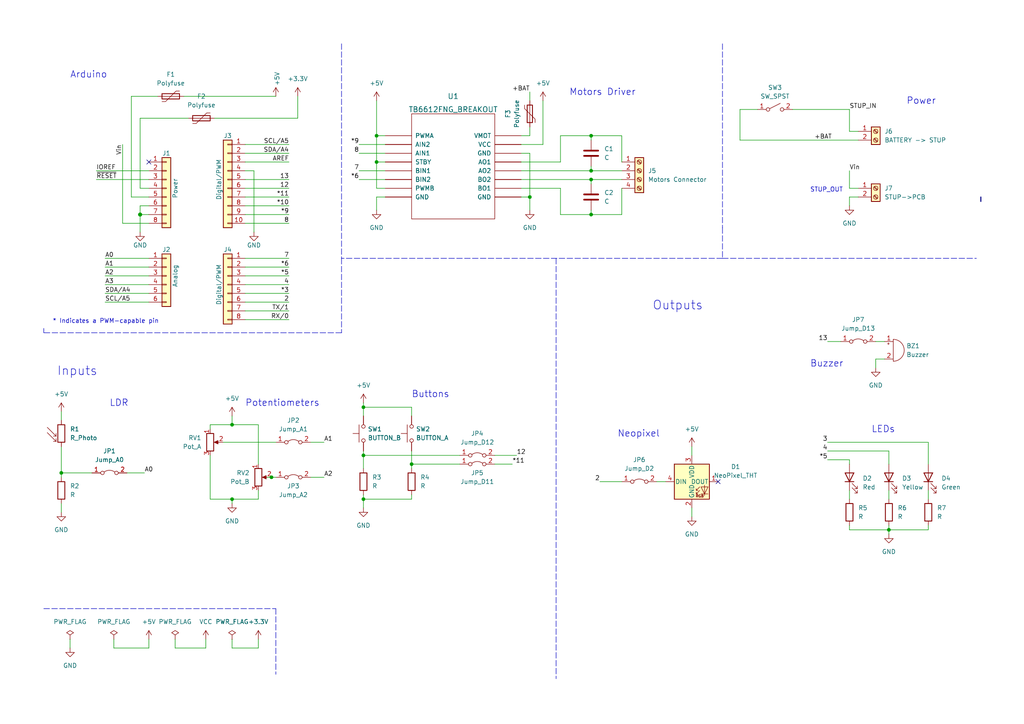
<source format=kicad_sch>
(kicad_sch (version 20211123) (generator eeschema)
  (paper "A4")
  (title_block (date "mar. 31 mars 2015"))
  (lib_symbols
    (symbol "Connector:Screw_Terminal_01x02" (pin_names (offset 1.016) hide)
      (property "Reference" "J" (at 0 2.54 0))
      (property "Value" "Screw_Terminal_01x02" (at 0 -5.08 0))
      (symbol "Screw_Terminal_01x02_1_1"
        (rectangle (start -1.27 1.27) (end 1.27 -3.81) (stroke (width 0.254)) (fill (type background)))
        (circle (center 0 -2.54) (radius 0.635) (stroke (width 0.1524)))
        (polyline (pts (xy -0.5334 -2.2098) (xy 0.3302 -3.048)) (stroke (width 0.1524)))
        (polyline (pts (xy -0.5334 0.3302) (xy 0.3302 -0.508)) (stroke (width 0.1524)))
        (polyline (pts (xy -0.3556 -2.032) (xy 0.508 -2.8702)) (stroke (width 0.1524)))
        (polyline (pts (xy -0.3556 0.508) (xy 0.508 -0.3302)) (stroke (width 0.1524)))
        (circle (center 0 0) (radius 0.635) (stroke (width 0.1524)))
        (pin passive line (at -5.08 0 0) (length 3.81) (name "Pin_1") (number "1"))
        (pin passive line (at -5.08 -2.54 0) (length 3.81) (name "Pin_2") (number "2"))
      )
    )
    (symbol "Connector:Screw_Terminal_01x04" (pin_names (offset 1.016) hide)
      (property "Reference" "J" (at 0 5.08 0))
      (property "Value" "Screw_Terminal_01x04" (at 0 -7.62 0))
      (symbol "Screw_Terminal_01x04_1_1"
        (rectangle (start -1.27 3.81) (end 1.27 -6.35) (stroke (width 0.254)) (fill (type background)))
        (circle (center 0 -5.08) (radius 0.635) (stroke (width 0.1524)))
        (circle (center 0 -2.54) (radius 0.635) (stroke (width 0.1524)))
        (polyline (pts (xy -0.5334 -4.7498) (xy 0.3302 -5.588)) (stroke (width 0.1524)))
        (polyline (pts (xy -0.5334 -2.2098) (xy 0.3302 -3.048)) (stroke (width 0.1524)))
        (polyline (pts (xy -0.5334 0.3302) (xy 0.3302 -0.508)) (stroke (width 0.1524)))
        (polyline (pts (xy -0.5334 2.8702) (xy 0.3302 2.032)) (stroke (width 0.1524)))
        (polyline (pts (xy -0.3556 -4.572) (xy 0.508 -5.4102)) (stroke (width 0.1524)))
        (polyline (pts (xy -0.3556 -2.032) (xy 0.508 -2.8702)) (stroke (width 0.1524)))
        (polyline (pts (xy -0.3556 0.508) (xy 0.508 -0.3302)) (stroke (width 0.1524)))
        (polyline (pts (xy -0.3556 3.048) (xy 0.508 2.2098)) (stroke (width 0.1524)))
        (circle (center 0 0) (radius 0.635) (stroke (width 0.1524)))
        (circle (center 0 2.54) (radius 0.635) (stroke (width 0.1524)))
        (pin passive line (at -5.08 2.54 0) (length 3.81) (name "Pin_1") (number "1"))
        (pin passive line (at -5.08 0 0) (length 3.81) (name "Pin_2") (number "2"))
        (pin passive line (at -5.08 -2.54 0) (length 3.81) (name "Pin_3") (number "3"))
        (pin passive line (at -5.08 -5.08 0) (length 3.81) (name "Pin_4") (number "4"))
      )
    )
    (symbol "Connector_Generic:Conn_01x06" (pin_names (offset 1.016) hide)
      (property "Reference" "J" (at 0 7.62 0))
      (property "Value" "Conn_01x06" (at 0 -10.16 0))
      (symbol "Conn_01x06_1_1"
        (rectangle (start -1.27 -7.493) (end 0 -7.747) (stroke (width 0.1524)))
        (rectangle (start -1.27 -4.953) (end 0 -5.207) (stroke (width 0.1524)))
        (rectangle (start -1.27 -2.413) (end 0 -2.667) (stroke (width 0.1524)))
        (rectangle (start -1.27 0.127) (end 0 -0.127) (stroke (width 0.1524)))
        (rectangle (start -1.27 2.667) (end 0 2.413) (stroke (width 0.1524)))
        (rectangle (start -1.27 5.207) (end 0 4.953) (stroke (width 0.1524)))
        (rectangle (start -1.27 6.35) (end 1.27 -8.89) (stroke (width 0.254)) (fill (type background)))
        (pin passive line (at -5.08 5.08 0) (length 3.81) (name "Pin_1") (number "1"))
        (pin passive line (at -5.08 2.54 0) (length 3.81) (name "Pin_2") (number "2"))
        (pin passive line (at -5.08 0 0) (length 3.81) (name "Pin_3") (number "3"))
        (pin passive line (at -5.08 -2.54 0) (length 3.81) (name "Pin_4") (number "4"))
        (pin passive line (at -5.08 -5.08 0) (length 3.81) (name "Pin_5") (number "5"))
        (pin passive line (at -5.08 -7.62 0) (length 3.81) (name "Pin_6") (number "6"))
      )
    )
    (symbol "Connector_Generic:Conn_01x08" (pin_names (offset 1.016) hide)
      (property "Reference" "J" (at 0 10.16 0))
      (property "Value" "Conn_01x08" (at 0 -12.7 0))
      (symbol "Conn_01x08_1_1"
        (rectangle (start -1.27 -10.033) (end 0 -10.287) (stroke (width 0.1524)))
        (rectangle (start -1.27 -7.493) (end 0 -7.747) (stroke (width 0.1524)))
        (rectangle (start -1.27 -4.953) (end 0 -5.207) (stroke (width 0.1524)))
        (rectangle (start -1.27 -2.413) (end 0 -2.667) (stroke (width 0.1524)))
        (rectangle (start -1.27 0.127) (end 0 -0.127) (stroke (width 0.1524)))
        (rectangle (start -1.27 2.667) (end 0 2.413) (stroke (width 0.1524)))
        (rectangle (start -1.27 5.207) (end 0 4.953) (stroke (width 0.1524)))
        (rectangle (start -1.27 7.747) (end 0 7.493) (stroke (width 0.1524)))
        (rectangle (start -1.27 8.89) (end 1.27 -11.43) (stroke (width 0.254)) (fill (type background)))
        (pin passive line (at -5.08 7.62 0) (length 3.81) (name "Pin_1") (number "1"))
        (pin passive line (at -5.08 5.08 0) (length 3.81) (name "Pin_2") (number "2"))
        (pin passive line (at -5.08 2.54 0) (length 3.81) (name "Pin_3") (number "3"))
        (pin passive line (at -5.08 0 0) (length 3.81) (name "Pin_4") (number "4"))
        (pin passive line (at -5.08 -2.54 0) (length 3.81) (name "Pin_5") (number "5"))
        (pin passive line (at -5.08 -5.08 0) (length 3.81) (name "Pin_6") (number "6"))
        (pin passive line (at -5.08 -7.62 0) (length 3.81) (name "Pin_7") (number "7"))
        (pin passive line (at -5.08 -10.16 0) (length 3.81) (name "Pin_8") (number "8"))
      )
    )
    (symbol "Connector_Generic:Conn_01x10" (pin_names (offset 1.016) hide)
      (property "Reference" "J" (at 0 12.7 0))
      (property "Value" "Conn_01x10" (at 0 -15.24 0))
      (symbol "Conn_01x10_1_1"
        (rectangle (start -1.27 -12.573) (end 0 -12.827) (stroke (width 0.1524)))
        (rectangle (start -1.27 -10.033) (end 0 -10.287) (stroke (width 0.1524)))
        (rectangle (start -1.27 -7.493) (end 0 -7.747) (stroke (width 0.1524)))
        (rectangle (start -1.27 -4.953) (end 0 -5.207) (stroke (width 0.1524)))
        (rectangle (start -1.27 -2.413) (end 0 -2.667) (stroke (width 0.1524)))
        (rectangle (start -1.27 0.127) (end 0 -0.127) (stroke (width 0.1524)))
        (rectangle (start -1.27 2.667) (end 0 2.413) (stroke (width 0.1524)))
        (rectangle (start -1.27 5.207) (end 0 4.953) (stroke (width 0.1524)))
        (rectangle (start -1.27 7.747) (end 0 7.493) (stroke (width 0.1524)))
        (rectangle (start -1.27 10.287) (end 0 10.033) (stroke (width 0.1524)))
        (rectangle (start -1.27 11.43) (end 1.27 -13.97) (stroke (width 0.254)) (fill (type background)))
        (pin passive line (at -5.08 10.16 0) (length 3.81) (name "Pin_1") (number "1"))
        (pin passive line (at -5.08 -12.7 0) (length 3.81) (name "Pin_10") (number "10"))
        (pin passive line (at -5.08 7.62 0) (length 3.81) (name "Pin_2") (number "2"))
        (pin passive line (at -5.08 5.08 0) (length 3.81) (name "Pin_3") (number "3"))
        (pin passive line (at -5.08 2.54 0) (length 3.81) (name "Pin_4") (number "4"))
        (pin passive line (at -5.08 0 0) (length 3.81) (name "Pin_5") (number "5"))
        (pin passive line (at -5.08 -2.54 0) (length 3.81) (name "Pin_6") (number "6"))
        (pin passive line (at -5.08 -5.08 0) (length 3.81) (name "Pin_7") (number "7"))
        (pin passive line (at -5.08 -7.62 0) (length 3.81) (name "Pin_8") (number "8"))
        (pin passive line (at -5.08 -10.16 0) (length 3.81) (name "Pin_9") (number "9"))
      )
    )
    (symbol "Device:Buzzer" (pin_names (offset 0.0254) hide)
      (property "Reference" "BZ" (at 3.81 1.27 0))
      (property "Value" "Buzzer" (at 3.81 -1.27 0))
      (symbol "Buzzer_0_1"
        (arc (start 0 -3.175) (mid 3.175 0) (end 0 3.175))
        (polyline (pts (xy -1.651 1.905) (xy -1.143 1.905)))
        (polyline (pts (xy -1.397 2.159) (xy -1.397 1.651)))
        (polyline (pts (xy 0 3.175) (xy 0 -3.175)))
      )
      (symbol "Buzzer_1_1"
        (pin passive line (at -2.54 2.54 0) (length 2.54) (name "-") (number "1"))
        (pin passive line (at -2.54 -2.54 0) (length 2.54) (name "+") (number "2"))
      )
    )
    (symbol "Device:C" (pin_numbers hide) (pin_names (offset 0.254))
      (property "Reference" "C" (at 0.635 2.54 0))
      (property "Value" "C" (at 0.635 -2.54 0))
      (symbol "C_0_1"
        (polyline (pts (xy -2.032 -0.762) (xy 2.032 -0.762)) (stroke (width 0.508)))
        (polyline (pts (xy -2.032 0.762) (xy 2.032 0.762)) (stroke (width 0.508)))
      )
      (symbol "C_1_1"
        (pin passive line (at 0 3.81 270) (length 2.794) (name "~") (number "1"))
        (pin passive line (at 0 -3.81 90) (length 2.794) (name "~") (number "2"))
      )
    )
    (symbol "Device:LED" (pin_numbers hide) (pin_names (offset 1.016) hide)
      (property "Reference" "D" (at 0 2.54 0))
      (property "Value" "LED" (at 0 -2.54 0))
      (symbol "LED_0_1"
        (polyline (pts (xy -1.27 -1.27) (xy -1.27 1.27)) (stroke (width 0.254)))
        (polyline (pts (xy -1.27 0) (xy 1.27 0)))
        (polyline (pts (xy 1.27 -1.27) (xy 1.27 1.27) (xy -1.27 0) (xy 1.27 -1.27)) (stroke (width 0.254)))
        (polyline (pts (xy -3.048 -0.762) (xy -4.572 -2.286) (xy -3.81 -2.286) (xy -4.572 -2.286) (xy -4.572 -1.524)))
        (polyline (pts (xy -1.778 -0.762) (xy -3.302 -2.286) (xy -2.54 -2.286) (xy -3.302 -2.286) (xy -3.302 -1.524)))
      )
      (symbol "LED_1_1"
        (pin passive line (at -3.81 0 0) (length 2.54) (name "K") (number "1"))
        (pin passive line (at 3.81 0 180) (length 2.54) (name "A") (number "2"))
      )
    )
    (symbol "Device:Polyfuse" (pin_numbers hide) (pin_names (offset 0))
      (property "Reference" "F" (at -2.54 0 90))
      (property "Value" "Polyfuse" (at 2.54 0 90))
      (symbol "Polyfuse_0_1"
        (rectangle (start -0.762 2.54) (end 0.762 -2.54) (stroke (width 0.254)))
        (polyline (pts (xy 0 2.54) (xy 0 -2.54)))
        (polyline (pts (xy -1.524 2.54) (xy -1.524 1.524) (xy 1.524 -1.524) (xy 1.524 -2.54)))
      )
      (symbol "Polyfuse_1_1"
        (pin passive line (at 0 3.81 270) (length 1.27) (name "~") (number "1"))
        (pin passive line (at 0 -3.81 90) (length 1.27) (name "~") (number "2"))
      )
    )
    (symbol "Device:R" (pin_numbers hide) (pin_names (offset 0))
      (property "Reference" "R" (at 2.032 0 90))
      (property "Value" "R" (at 0 0 90))
      (symbol "R_0_1"
        (rectangle (start -1.016 -2.54) (end 1.016 2.54) (stroke (width 0.254)))
      )
      (symbol "R_1_1"
        (pin passive line (at 0 3.81 270) (length 1.27) (name "~") (number "1"))
        (pin passive line (at 0 -3.81 90) (length 1.27) (name "~") (number "2"))
      )
    )
    (symbol "Device:R_Photo" (pin_numbers hide) (pin_names (offset 0))
      (property "Reference" "R" (at 1.27 1.27 0))
      (property "Value" "R_Photo" (at 1.27 0 0))
      (symbol "R_Photo_0_1"
        (rectangle (start -1.016 2.54) (end 1.016 -2.54) (stroke (width 0.254)))
        (polyline (pts (xy -1.524 -2.286) (xy -4.064 0.254)))
        (polyline (pts (xy -1.524 -2.286) (xy -2.286 -2.286)))
        (polyline (pts (xy -1.524 -2.286) (xy -1.524 -1.524)))
        (polyline (pts (xy -1.524 -0.762) (xy -4.064 1.778)))
        (polyline (pts (xy -1.524 -0.762) (xy -2.286 -0.762)))
        (polyline (pts (xy -1.524 -0.762) (xy -1.524 0)))
      )
      (symbol "R_Photo_1_1"
        (pin passive line (at 0 3.81 270) (length 1.27) (name "~") (number "1"))
        (pin passive line (at 0 -3.81 90) (length 1.27) (name "~") (number "2"))
      )
    )
    (symbol "Device:R_Potentiometer" (pin_names (offset 1.016) hide)
      (property "Reference" "RV" (at -4.445 0 90))
      (property "Value" "R_Potentiometer" (at -2.54 0 90))
      (symbol "R_Potentiometer_0_1"
        (polyline (pts (xy 2.54 0) (xy 1.524 0)))
        (polyline (pts (xy 1.143 0) (xy 2.286 0.508) (xy 2.286 -0.508) (xy 1.143 0)) (fill (type outline)))
        (rectangle (start 1.016 2.54) (end -1.016 -2.54) (stroke (width 0.254)))
      )
      (symbol "R_Potentiometer_1_1"
        (pin passive line (at 0 3.81 270) (length 1.27) (name "1") (number "1"))
        (pin passive line (at 3.81 0 180) (length 1.27) (name "2") (number "2"))
        (pin passive line (at 0 -3.81 90) (length 1.27) (name "3") (number "3"))
      )
    )
    (symbol "Jumper:Jumper_2_Bridged" (pin_names (offset 0) hide)
      (property "Reference" "JP" (at 0 1.905 0))
      (property "Value" "Jumper_2_Bridged" (at 0 -2.54 0))
      (symbol "Jumper_2_Bridged_0_0"
        (circle (center -2.032 0) (radius 0.508))
        (circle (center 2.032 0) (radius 0.508))
      )
      (symbol "Jumper_2_Bridged_0_1"
        (arc (start 1.524 0.254) (mid 0 0.762) (end -1.524 0.254))
      )
      (symbol "Jumper_2_Bridged_1_1"
        (pin passive line (at -5.08 0 0) (length 2.54) (name "A") (number "1"))
        (pin passive line (at 5.08 0 180) (length 2.54) (name "B") (number "2"))
      )
    )
    (symbol "LED:NeoPixel_THT" (pin_names (offset 0.254))
      (property "Reference" "D" (at 5.08 5.715 0))
      (property "Value" "NeoPixel_THT" (at 1.27 -5.715 0))
      (symbol "NeoPixel_THT_0_0"
        (text "RGB" (at 2.286 -4.191 0) (effects (font (size 0.762 0.762))))
      )
      (symbol "NeoPixel_THT_0_1"
        (polyline (pts (xy 1.27 -3.556) (xy 1.778 -3.556)))
        (polyline (pts (xy 1.27 -2.54) (xy 1.778 -2.54)))
        (polyline (pts (xy 4.699 -3.556) (xy 2.667 -3.556)))
        (polyline (pts (xy 2.286 -2.54) (xy 1.27 -3.556) (xy 1.27 -3.048)))
        (polyline (pts (xy 2.286 -1.524) (xy 1.27 -2.54) (xy 1.27 -2.032)))
        (polyline (pts (xy 3.683 -1.016) (xy 3.683 -3.556) (xy 3.683 -4.064)))
        (polyline (pts (xy 4.699 -1.524) (xy 2.667 -1.524) (xy 3.683 -3.556) (xy 4.699 -1.524)))
        (rectangle (start 5.08 5.08) (end -5.08 -5.08) (stroke (width 0.254)) (fill (type background)))
      )
      (symbol "NeoPixel_THT_1_1"
        (pin output line (at 7.62 0 180) (length 2.54) (name "DOUT") (number "1"))
        (pin power_in line (at 0 -7.62 90) (length 2.54) (name "GND") (number "2"))
        (pin power_in line (at 0 7.62 270) (length 2.54) (name "VDD") (number "3"))
        (pin input line (at -7.62 0 0) (length 2.54) (name "DIN") (number "4"))
      )
    )
    (symbol "Switch:SW_Push" (pin_numbers hide) (pin_names (offset 1.016) hide)
      (property "Reference" "SW" (at 1.27 2.54 0))
      (property "Value" "SW_Push" (at 0 -1.524 0))
      (symbol "SW_Push_0_1"
        (circle (center -2.032 0) (radius 0.508))
        (polyline (pts (xy 0 1.27) (xy 0 3.048)))
        (polyline (pts (xy 2.54 1.27) (xy -2.54 1.27)))
        (circle (center 2.032 0) (radius 0.508))
        (pin passive line (at -5.08 0 0) (length 2.54) (name "1") (number "1"))
        (pin passive line (at 5.08 0 180) (length 2.54) (name "2") (number "2"))
      )
    )
    (symbol "Switch:SW_SPST" (pin_names (offset 0) hide)
      (property "Reference" "SW" (at 0 3.175 0))
      (property "Value" "SW_SPST" (at 0 -2.54 0))
      (symbol "SW_SPST_0_0"
        (circle (center -2.032 0) (radius 0.508))
        (polyline (pts (xy -1.524 0.254) (xy 1.524 1.778)))
        (circle (center 2.032 0) (radius 0.508))
      )
      (symbol "SW_SPST_1_1"
        (pin passive line (at -5.08 0 0) (length 2.54) (name "A") (number "1"))
        (pin passive line (at 5.08 0 180) (length 2.54) (name "B") (number "2"))
      )
    )
    (symbol "bl_kicad:TB6612FNG_BREAKOUT" (pin_numbers hide) (pin_names (offset 1.016))
      (property "Reference" "U" (at 13.97 15.24 0))
      (property "Value" "TB6612FNG_BREAKOUT" (at 0 1.27 90))
      (symbol "TB6612FNG_BREAKOUT_0_1"
        (rectangle (start -12.7 16.51) (end 11.43 -13.97))
      )
      (symbol "TB6612FNG_BREAKOUT_1_1"
        (pin input line (at -20.32 10.16 0) (length 7.62) (name "VMOT") (number "1"))
        (pin input line (at 19.05 -5.08 180) (length 7.62) (name "PWMB") (number "10"))
        (pin input line (at 19.05 -2.54 180) (length 7.62) (name "BIN2") (number "11"))
        (pin input line (at 19.05 0 180) (length 7.62) (name "BIN1") (number "12"))
        (pin input line (at 19.05 2.54 180) (length 7.62) (name "STBY") (number "13"))
        (pin input line (at 19.05 5.08 180) (length 7.62) (name "AIN1") (number "14"))
        (pin input line (at 19.05 7.62 180) (length 7.62) (name "AIN2") (number "15"))
        (pin input line (at 19.05 10.16 180) (length 7.62) (name "PWMA") (number "16"))
        (pin input line (at -20.32 7.62 0) (length 7.62) (name "VCC") (number "2"))
        (pin input line (at -20.32 5.08 0) (length 7.62) (name "GND") (number "3"))
        (pin output line (at -20.32 2.54 0) (length 7.62) (name "AO1") (number "4"))
        (pin output line (at -20.32 0 0) (length 7.62) (name "AO2") (number "5"))
        (pin output line (at -20.32 -2.54 0) (length 7.62) (name "BO2") (number "6"))
        (pin output line (at -20.32 -5.08 0) (length 7.62) (name "BO1") (number "7"))
        (pin input line (at -20.32 -7.62 0) (length 7.62) (name "GND") (number "8"))
        (pin input line (at 19.05 -7.62 180) (length 7.62) (name "GND") (number "9"))
      )
    )
    (symbol "power:+3.3V" (power) (pin_names (offset 0))
      (property "Value" "+3.3V" (at 0 3.556 0))
      (symbol "+3.3V_0_1"
        (polyline (pts (xy -0.762 1.27) (xy 0 2.54)))
        (polyline (pts (xy 0 0) (xy 0 2.54)))
        (polyline (pts (xy 0 2.54) (xy 0.762 1.27)))
      )
      (symbol "+3.3V_1_1"
        (pin power_in line (at 0 0 90) (length 0) hide (name "+3.3V") (number "1"))
      )
    )
    (symbol "power:+5V" (power) (pin_names (offset 0))
      (property "Value" "+5V" (at 0 3.556 0))
      (symbol "+5V_0_1"
        (polyline (pts (xy -0.762 1.27) (xy 0 2.54)))
        (polyline (pts (xy 0 0) (xy 0 2.54)))
        (polyline (pts (xy 0 2.54) (xy 0.762 1.27)))
      )
      (symbol "+5V_1_1"
        (pin power_in line (at 0 0 90) (length 0) hide (name "+5V") (number "1"))
      )
    )
    (symbol "power:GND" (power) (pin_names (offset 0))
      (property "Value" "GND" (at 0 -3.81 0))
      (symbol "GND_0_1"
        (polyline (pts (xy 0 0) (xy 0 -1.27) (xy 1.27 -1.27) (xy 0 -2.54) (xy -1.27 -1.27) (xy 0 -1.27)))
      )
      (symbol "GND_1_1"
        (pin power_in line (at 0 0 270) (length 0) hide (name "GND") (number "1"))
      )
    )
    (symbol "power:PWR_FLAG" (power) (pin_numbers hide) (pin_names (offset 0) hide)
      (property "Value" "PWR_FLAG" (at 0 3.81 0))
      (symbol "PWR_FLAG_0_0"
        (pin power_out line (at 0 0 90) (length 0) (name "pwr") (number "1"))
      )
      (symbol "PWR_FLAG_0_1"
        (polyline (pts (xy 0 0) (xy 0 1.27) (xy -1.016 1.905) (xy 0 2.54) (xy 1.016 1.905) (xy 0 1.27)))
      )
    )
    (symbol "power:VCC" (power) (pin_names (offset 0))
      (property "Value" "VCC" (at 0 3.81 0))
      (symbol "VCC_0_1"
        (polyline (pts (xy -0.762 1.27) (xy 0 2.54)))
        (polyline (pts (xy 0 0) (xy 0 2.54)))
        (polyline (pts (xy 0 2.54) (xy 0.762 1.27)))
      )
      (symbol "VCC_1_1"
        (pin power_in line (at 0 0 90) (length 0) hide (name "VCC") (number "1"))
      )
    )
  )
  (junction (at 119.38 134.62))
  (junction (at 171.45 39.37))
  (junction (at 17.78 137.16))
  (junction (at 40.64 62.23) (diameter 1.016))
  (junction (at 105.41 132.08))
  (junction (at 78.74 138.43))
  (junction (at 105.41 118.11))
  (junction (at 109.22 39.37))
  (junction (at 171.45 62.23))
  (junction (at 257.81 153.67))
  (junction (at 153.67 57.15))
  (junction (at 109.22 46.99))
  (junction (at 67.31 144.78))
  (junction (at 171.45 49.53))
  (junction (at 105.41 144.78))
  (junction (at 67.31 123.19))
  (junction (at 171.45 52.07))
  (no_connect (at 43.18 46.99))
  (no_connect (at 208.28 139.7))
  (wire (pts (xy 71.12 92.71) (xy 83.82 92.71)))
  (wire (pts (xy 257.81 142.24) (xy 257.81 144.78)))
  (wire (pts (xy 17.78 119.38) (xy 17.78 121.92)))
  (polyline (pts (xy 209.55 12.7) (xy 209.55 66.04)))
  (polyline (pts (xy 209.55 74.93) (xy 99.06 74.93)))
  (wire (pts (xy 71.12 59.69) (xy 83.82 59.69)))
  (wire (pts (xy 246.38 134.62) (xy 246.38 133.35)))
  (wire (pts (xy 240.03 133.35) (xy 246.38 133.35)))
  (wire (pts (xy 74.93 123.19) (xy 74.93 134.62)))
  (wire (pts (xy 162.56 46.99) (xy 162.56 39.37)))
  (wire (pts (xy 71.12 41.91) (xy 83.82 41.91)))
  (wire (pts (xy 17.78 146.05) (xy 17.78 148.59)))
  (wire (pts (xy 40.64 34.29) (xy 54.61 34.29)))
  (wire (pts (xy 86.36 27.94) (xy 86.36 34.29)))
  (wire (pts (xy 153.67 44.45) (xy 153.67 57.15)))
  (wire (pts (xy 151.13 49.53) (xy 171.45 49.53)))
  (wire (pts (xy 78.74 138.43) (xy 80.01 138.43)))
  (wire (pts (xy 257.81 134.62) (xy 257.81 130.81)))
  (wire (pts (xy 119.38 134.62) (xy 119.38 135.89)))
  (wire (pts (xy 40.64 59.69) (xy 40.64 62.23)))
  (wire (pts (xy 248.92 57.15) (xy 246.38 57.15)))
  (wire (pts (xy 30.48 87.63) (xy 43.18 87.63)))
  (wire (pts (xy 90.17 138.43) (xy 93.98 138.43)))
  (wire (pts (xy 17.78 129.54) (xy 17.78 137.16)))
  (wire (pts (xy 269.24 134.62) (xy 269.24 128.27)))
  (wire (pts (xy 60.96 123.19) (xy 67.31 123.19)))
  (wire (pts (xy 254 99.06) (xy 256.54 99.06)))
  (wire (pts (xy 105.41 132.08) (xy 105.41 135.89)))
  (wire (pts (xy 240.03 99.06) (xy 243.84 99.06)))
  (wire (pts (xy 105.41 132.08) (xy 133.35 132.08)))
  (wire (pts (xy 200.66 147.32) (xy 200.66 149.86)))
  (wire (pts (xy 171.45 52.07) (xy 180.34 52.07)))
  (wire (pts (xy 40.64 62.23) (xy 40.64 67.31)))
  (wire (pts (xy 67.31 123.19) (xy 74.93 123.19)))
  (wire (pts (xy 38.1 27.94) (xy 45.72 27.94)))
  (wire (pts (xy 40.64 54.61) (xy 43.18 54.61)))
  (wire (pts (xy 162.56 39.37) (xy 171.45 39.37)))
  (wire (pts (xy 38.1 57.15) (xy 43.18 57.15)))
  (wire (pts (xy 171.45 39.37) (xy 180.34 39.37)))
  (wire (pts (xy 240.03 130.81) (xy 257.81 130.81)))
  (wire (pts (xy 240.03 128.27) (xy 269.24 128.27)))
  (wire (pts (xy 143.51 134.62) (xy 148.59 134.62)))
  (wire (pts (xy 71.12 52.07) (xy 83.82 52.07)))
  (polyline (pts (xy 99.06 74.93) (xy 99.06 96.52)))
  (wire (pts (xy 71.12 74.93) (xy 83.82 74.93)))
  (wire (pts (xy 43.18 74.93) (xy 30.48 74.93)))
  (wire (pts (xy 104.14 41.91) (xy 111.76 41.91)))
  (wire (pts (xy 71.12 54.61) (xy 83.82 54.61)))
  (wire (pts (xy 173.99 139.7) (xy 180.34 139.7)))
  (wire (pts (xy 20.32 185.42) (xy 20.32 187.96)))
  (polyline (pts (xy 99.06 96.52) (xy 12.7 96.52)))
  (wire (pts (xy 71.12 77.47) (xy 83.82 77.47)))
  (wire (pts (xy 17.78 137.16) (xy 17.78 138.43)))
  (wire (pts (xy 60.96 124.46) (xy 60.96 123.19)))
  (wire (pts (xy 153.67 39.37) (xy 153.67 36.83)))
  (wire (pts (xy 67.31 185.42) (xy 67.31 187.96)))
  (wire (pts (xy 104.14 44.45) (xy 111.76 44.45)))
  (wire (pts (xy 74.93 144.78) (xy 74.93 142.24)))
  (wire (pts (xy 60.96 132.08) (xy 60.96 144.78)))
  (wire (pts (xy 67.31 144.78) (xy 67.31 146.05)))
  (wire (pts (xy 77.47 138.43) (xy 78.74 138.43)))
  (wire (pts (xy 119.38 134.62) (xy 133.35 134.62)))
  (wire (pts (xy 151.13 46.99) (xy 162.56 46.99)))
  (wire (pts (xy 105.41 118.11) (xy 105.41 120.65)))
  (wire (pts (xy 246.38 57.15) (xy 246.38 59.69)))
  (wire (pts (xy 71.12 62.23) (xy 83.82 62.23)))
  (wire (pts (xy 153.67 26.67) (xy 153.67 29.21)))
  (polyline (pts (xy 12.7 176.53) (xy 80.01 176.53)))
  (polyline (pts (xy 209.55 74.93) (xy 283.21 74.93)))
  (wire (pts (xy 246.38 142.24) (xy 246.38 144.78)))
  (wire (pts (xy 71.12 82.55) (xy 83.82 82.55)))
  (wire (pts (xy 190.5 139.7) (xy 193.04 139.7)))
  (wire (pts (xy 269.24 152.4) (xy 269.24 153.67)))
  (wire (pts (xy 171.45 49.53) (xy 180.34 49.53)))
  (wire (pts (xy 248.92 54.61) (xy 246.38 54.61)))
  (wire (pts (xy 27.94 49.53) (xy 43.18 49.53)))
  (wire (pts (xy 153.67 57.15) (xy 153.67 60.96)))
  (wire (pts (xy 254 104.14) (xy 256.54 104.14)))
  (wire (pts (xy 64.77 128.27) (xy 80.01 128.27)))
  (wire (pts (xy 109.22 46.99) (xy 111.76 46.99)))
  (wire (pts (xy 40.64 34.29) (xy 40.64 54.61)))
  (wire (pts (xy 43.18 185.42) (xy 43.18 187.96)))
  (wire (pts (xy 111.76 54.61) (xy 109.22 54.61)))
  (wire (pts (xy 248.92 38.1) (xy 246.38 38.1)))
  (wire (pts (xy 162.56 54.61) (xy 162.56 62.23)))
  (wire (pts (xy 73.66 49.53) (xy 73.66 67.31)))
  (wire (pts (xy 214.63 40.64) (xy 214.63 31.75)))
  (wire (pts (xy 151.13 39.37) (xy 153.67 39.37)))
  (wire (pts (xy 50.8 185.42) (xy 50.8 187.96)))
  (wire (pts (xy 109.22 29.21) (xy 109.22 39.37)))
  (wire (pts (xy 105.41 144.78) (xy 105.41 147.32)))
  (wire (pts (xy 71.12 46.99) (xy 83.82 46.99)))
  (wire (pts (xy 180.34 46.99) (xy 180.34 39.37)))
  (wire (pts (xy 200.66 129.54) (xy 200.66 132.08)))
  (wire (pts (xy 257.81 153.67) (xy 269.24 153.67)))
  (bus (pts (xy 284.48 57.15) (xy 284.48 58.42)))
  (wire (pts (xy 43.18 80.01) (xy 30.48 80.01)))
  (wire (pts (xy 27.94 52.07) (xy 43.18 52.07)))
  (wire (pts (xy 74.93 187.96) (xy 74.93 185.42)))
  (wire (pts (xy 43.18 62.23) (xy 40.64 62.23)))
  (wire (pts (xy 171.45 39.37) (xy 171.45 40.64)))
  (wire (pts (xy 90.17 128.27) (xy 93.98 128.27)))
  (wire (pts (xy 171.45 48.26) (xy 171.45 49.53)))
  (polyline (pts (xy 161.29 74.93) (xy 161.29 196.85)))
  (wire (pts (xy 157.48 29.21) (xy 157.48 41.91)))
  (wire (pts (xy 109.22 57.15) (xy 109.22 60.96)))
  (wire (pts (xy 151.13 52.07) (xy 171.45 52.07)))
  (wire (pts (xy 43.18 64.77) (xy 35.56 64.77)))
  (wire (pts (xy 59.69 185.42) (xy 59.69 187.96)))
  (wire (pts (xy 246.38 31.75) (xy 229.87 31.75)))
  (wire (pts (xy 30.48 77.47) (xy 43.18 77.47)))
  (wire (pts (xy 151.13 54.61) (xy 162.56 54.61)))
  (wire (pts (xy 143.51 132.08) (xy 149.86 132.08)))
  (wire (pts (xy 67.31 144.78) (xy 74.93 144.78)))
  (wire (pts (xy 38.1 27.94) (xy 38.1 57.15)))
  (wire (pts (xy 105.41 116.84) (xy 105.41 118.11)))
  (wire (pts (xy 171.45 60.96) (xy 171.45 62.23)))
  (wire (pts (xy 151.13 41.91) (xy 157.48 41.91)))
  (wire (pts (xy 254 106.68) (xy 254 104.14)))
  (wire (pts (xy 60.96 144.78) (xy 67.31 144.78)))
  (wire (pts (xy 109.22 46.99) (xy 109.22 54.61)))
  (wire (pts (xy 180.34 54.61) (xy 180.34 62.23)))
  (wire (pts (xy 67.31 187.96) (xy 74.93 187.96)))
  (wire (pts (xy 71.12 49.53) (xy 73.66 49.53)))
  (wire (pts (xy 171.45 52.07) (xy 171.45 53.34)))
  (polyline (pts (xy 209.55 66.04) (xy 209.55 74.93)))
  (wire (pts (xy 43.18 59.69) (xy 40.64 59.69)))
  (polyline (pts (xy 99.06 12.7) (xy 99.06 74.93)))
  (wire (pts (xy 257.81 152.4) (xy 257.81 153.67)))
  (wire (pts (xy 50.8 187.96) (xy 59.69 187.96)))
  (wire (pts (xy 71.12 57.15) (xy 83.82 57.15)))
  (wire (pts (xy 246.38 38.1) (xy 246.38 31.75)))
  (wire (pts (xy 171.45 62.23) (xy 162.56 62.23)))
  (wire (pts (xy 269.24 142.24) (xy 269.24 144.78)))
  (wire (pts (xy 171.45 62.23) (xy 180.34 62.23)))
  (wire (pts (xy 71.12 80.01) (xy 83.82 80.01)))
  (wire (pts (xy 17.78 137.16) (xy 26.67 137.16)))
  (wire (pts (xy 30.48 82.55) (xy 43.18 82.55)))
  (wire (pts (xy 246.38 49.53) (xy 246.38 54.61)))
  (wire (pts (xy 257.81 153.67) (xy 257.81 154.94)))
  (wire (pts (xy 105.41 130.81) (xy 105.41 132.08)))
  (wire (pts (xy 36.83 137.16) (xy 41.91 137.16)))
  (wire (pts (xy 109.22 39.37) (xy 109.22 46.99)))
  (wire (pts (xy 151.13 57.15) (xy 153.67 57.15)))
  (wire (pts (xy 119.38 118.11) (xy 105.41 118.11)))
  (wire (pts (xy 246.38 152.4) (xy 246.38 153.67)))
  (wire (pts (xy 151.13 44.45) (xy 153.67 44.45)))
  (wire (pts (xy 33.02 185.42) (xy 33.02 187.96)))
  (wire (pts (xy 109.22 39.37) (xy 111.76 39.37)))
  (wire (pts (xy 104.14 49.53) (xy 111.76 49.53)))
  (wire (pts (xy 71.12 44.45) (xy 83.82 44.45)))
  (polyline (pts (xy 12.7 95.25) (xy 12.7 96.52)))
  (wire (pts (xy 62.23 34.29) (xy 86.36 34.29)))
  (wire (pts (xy 71.12 87.63) (xy 83.82 87.63)))
  (wire (pts (xy 214.63 31.75) (xy 219.71 31.75)))
  (wire (pts (xy 246.38 153.67) (xy 257.81 153.67)))
  (wire (pts (xy 111.76 57.15) (xy 109.22 57.15)))
  (wire (pts (xy 71.12 85.09) (xy 83.82 85.09)))
  (wire (pts (xy 104.14 52.07) (xy 111.76 52.07)))
  (wire (pts (xy 214.63 40.64) (xy 248.92 40.64)))
  (wire (pts (xy 119.38 130.81) (xy 119.38 134.62)))
  (wire (pts (xy 119.38 144.78) (xy 105.41 144.78)))
  (polyline (pts (xy 80.01 176.53) (xy 80.01 195.58)))
  (wire (pts (xy 71.12 90.17) (xy 83.82 90.17)))
  (wire (pts (xy 35.56 64.77) (xy 35.56 41.91)))
  (wire (pts (xy 53.34 27.94) (xy 80.01 27.94)))
  (wire (pts (xy 119.38 120.65) (xy 119.38 118.11)))
  (wire (pts (xy 33.02 187.96) (xy 43.18 187.96)))
  (wire (pts (xy 43.18 85.09) (xy 30.48 85.09)))
  (wire (pts (xy 67.31 120.65) (xy 67.31 123.19)))
  (wire (pts (xy 119.38 143.51) (xy 119.38 144.78)))
  (wire (pts (xy 71.12 64.77) (xy 83.82 64.77)))
  (wire (pts (xy 105.41 143.51) (xy 105.41 144.78)))
  (text "Buzzer" (at 234.95 106.68 0) (effects (font (size 1.905 1.905)) (justify left bottom)))
  (text "Potentiometers" (at 71.12 118.11 0) (effects (font (size 1.905 1.905)) (justify left bottom)))
  (text "LDR" (at 31.75 118.11 0) (effects (font (size 1.905 1.905)) (justify left bottom)))
  (text "Motors Driver" (at 165.1 27.94 0) (effects (font (size 1.905 1.905)) (justify left bottom)))
  (text "LEDs" (at 252.73 125.73 0) (effects (font (size 1.905 1.905)) (justify left bottom)))
  (text "Outputs" (at 189.23 90.17 0) (effects (font (size 2.54 2.54)) (justify left bottom)))
  (text "Buttons" (at 119.38 115.57 0) (effects (font (size 1.905 1.905)) (justify left bottom)))
  (text "Power" (at 262.89 30.48 0) (effects (font (size 1.905 1.905)) (justify left bottom)))
  (text "Inputs" (at 16.51 109.22 0) (effects (font (size 2.54 2.54)) (justify left bottom)))
  (text "Neopixel" (at 179.07 127 0) (effects (font (size 1.905 1.905)) (justify left bottom)))
  (text "Arduino" (at 20.32 22.86 0) (effects (font (size 1.905 1.905)) (justify left bottom)))
  (text "* Indicates a PWM-capable pin" (at 15.24 93.98 0) (effects (font (size 1.27 1.27)) (justify left bottom)))
  (text "STUP_OUT\n" (at 234.95 55.88 0) (effects (font (size 1.27 1.27)) (justify left bottom)))
  (label "8" (at 104.14 44.45 180))
  (label "RX{slash}0" (at 83.82 92.71 180))
  (label "A2" (at 30.48 80.01 0))
  (label "4" (at 83.82 82.55 180))
  (label "3" (at 240.03 128.27 180))
  (label "STUP_IN" (at 246.38 31.75 0))
  (label "2" (at 83.82 87.63 180))
  (label "A3" (at 30.48 82.55 0))
  (label "*11" (at 148.59 134.62 0))
  (label "13" (at 83.82 52.07 180))
  (label "12" (at 83.82 54.61 180))
  (label "~{RESET}" (at 27.94 52.07 0))
  (label "4" (at 240.03 130.81 180))
  (label "*10" (at 83.82 59.69 180))
  (label "Vin" (at 246.38 49.53 0))
  (label "7" (at 104.14 49.53 180))
  (label "+BAT" (at 153.67 26.67 180))
  (label "7" (at 83.82 74.93 180))
  (label "SDA{slash}A4" (at 83.82 44.45 180))
  (label "8" (at 83.82 64.77 180))
  (label "*11" (at 83.82 57.15 180))
  (label "*3" (at 83.82 85.09 180))
  (label "*9" (at 104.14 41.91 180))
  (label "12" (at 149.86 132.08 0))
  (label "A1" (at 30.48 77.47 0))
  (label "TX{slash}1" (at 83.82 90.17 180))
  (label "A0" (at 30.48 74.93 0))
  (label "2" (at 173.99 139.7 180))
  (label "AREF" (at 83.82 46.99 180))
  (label "A2" (at 93.98 138.43 0))
  (label "Vin" (at 35.56 41.91 270))
  (label "*6" (at 83.82 77.47 180))
  (label "SCL{slash}A5" (at 83.82 41.91 180))
  (label "*9" (at 83.82 62.23 180))
  (label "+BAT" (at 241.3 40.64 180))
  (label "13" (at 240.03 99.06 180))
  (label "*5" (at 83.82 80.01 180))
  (label "A1" (at 93.98 128.27 0))
  (label "IOREF" (at 27.94 49.53 0))
  (label "*6" (at 104.14 52.07 180))
  (label "SDA{slash}A4" (at 30.48 85.09 0))
  (label "A0" (at 41.91 137.16 0))
  (label "SCL{slash}A5" (at 30.48 87.63 0))
  (label "*5" (at 240.03 133.35 180))
  (symbol (lib_id "Connector_Generic:Conn_01x08") (at 48.26 54.61 0) (unit 1)
    (property "Reference" "J1" (at 48.26 44.45 0))
    (property "Value" "Power" (at 50.8 54.61 90))
    (property "Footprint" "Connector_PinSocket_2.54mm:PinSocket_1x08_P2.54mm_Vertical" (effects hide))
  )
  (symbol (lib_id "power:+5V") (at 80.01 27.94 0) (unit 1)
    (property "Reference" "#PWR010" (effects hide))
    (property "Value" "+5V" (at 80.3656 24.892 90) (effects (justify left)))
  )
  (symbol (lib_id "power:GND") (at 40.64 67.31 0) (unit 1)
    (property "Reference" "#PWR05" (effects hide))
    (property "Value" "GND" (at 40.64 71.12 0))
  )
  (symbol (lib_id "Connector_Generic:Conn_01x10") (at 66.04 52.07 0) (mirror y) (unit 1)
    (property "Reference" "J3" (at 66.04 39.37 0))
    (property "Value" "Digital/PWM" (at 63.5 52.07 90))
    (property "Footprint" "Connector_PinSocket_2.54mm:PinSocket_1x10_P2.54mm_Vertical" (effects hide))
  )
  (symbol (lib_id "power:GND") (at 73.66 67.31 0) (unit 1)
    (property "Reference" "#PWR09" (effects hide))
    (property "Value" "GND" (at 73.66 71.12 0))
  )
  (symbol (lib_id "Connector_Generic:Conn_01x06") (at 48.26 80.01 0) (unit 1)
    (property "Reference" "J2" (at 48.26 72.39 0))
    (property "Value" "Analog" (at 50.8 80.01 90))
    (property "Footprint" "Connector_PinSocket_2.54mm:PinSocket_1x06_P2.54mm_Vertical" (effects hide))
  )
  (symbol (lib_id "Connector_Generic:Conn_01x08") (at 66.04 82.55 0) (mirror y) (unit 1)
    (property "Reference" "J4" (at 66.04 72.39 0))
    (property "Value" "Digital/PWM" (at 63.5 82.55 90))
    (property "Footprint" "Connector_PinSocket_2.54mm:PinSocket_1x08_P2.54mm_Vertical" (effects hide))
  )
  (symbol (lib_id "Device:R_Photo") (at 17.78 125.73 0) (unit 1)
    (property "Reference" "R1" (at 20.32 124.4599 0) (effects (justify left)))
    (property "Value" "R_Photo" (at 20.32 126.9999 0) (effects (justify left)))
  )
  (symbol (lib_id "power:+3.3V") (at 86.36 27.94 0) (unit 1)
    (property "Reference" "#PWR0102" (effects hide))
    (property "Value" "+3.3V" (at 86.36 22.86 0))
  )
  (symbol (lib_id "power:+3.3V") (at 74.93 185.42 0) (unit 1)
    (property "Reference" "#PWR0103" (effects hide))
    (property "Value" "+3.3V" (at 74.93 180.34 0))
  )
  (symbol (lib_id "Switch:SW_SPST") (at 224.79 31.75 0) (unit 1)
    (property "Reference" "SW3" (at 224.79 25.4 0))
    (property "Value" "SW_SPST" (at 224.79 27.94 0))
  )
  (symbol (lib_id "Switch:SW_Push") (at 119.38 125.73 90) (unit 1)
    (property "Reference" "SW2" (at 120.65 124.4599 90) (effects (justify right)))
    (property "Value" "BUTTON_A" (at 120.65 126.9999 90) (effects (justify right)))
  )
  (symbol (lib_id "power:GND") (at 246.38 59.69 0) (unit 1)
    (property "Reference" "#PWR021" (effects hide))
    (property "Value" "GND" (at 246.38 64.77 0))
  )
  (symbol (lib_id "power:PWR_FLAG") (at 20.32 185.42 0) (unit 1)
    (property "Reference" "#FLG01" (effects hide))
    (property "Value" "PWR_FLAG" (at 20.32 180.34 0))
  )
  (symbol (lib_id "Switch:SW_Push") (at 105.41 125.73 90) (unit 1)
    (property "Reference" "SW1" (at 106.68 124.4599 90) (effects (justify right)))
    (property "Value" "BUTTON_B" (at 106.68 126.9999 90) (effects (justify right)))
  )
  (symbol (lib_id "power:+5V") (at 43.18 185.42 0) (unit 1)
    (property "Reference" "#PWR06" (effects hide))
    (property "Value" "+5V" (at 43.18 180.34 0))
  )
  (symbol (lib_id "Device:R") (at 269.24 148.59 0) (unit 1)
    (property "Reference" "R7" (at 271.78 147.3199 0) (effects (justify left)))
    (property "Value" "R" (at 271.78 149.8599 0) (effects (justify left)))
    (property "Footprint" "Resistor_THT:R_Axial_DIN0207_L6.3mm_D2.5mm_P7.62mm_Horizontal" (effects hide))
  )
  (symbol (lib_id "Device:Polyfuse") (at 153.67 33.02 180) (unit 1)
    (property "Reference" "F3" (at 147.32 33.02 90))
    (property "Value" "Polyfuse" (at 149.86 33.02 90))
    (property "Footprint" "Fuse:Fuse_BelFuse_0ZRE0005FF_L8.3mm_W3.8mm" (effects hide))
  )
  (symbol (lib_id "Device:R") (at 246.38 148.59 0) (unit 1)
    (property "Reference" "R5" (at 248.92 147.3199 0) (effects (justify left)))
    (property "Value" "R" (at 248.92 149.8599 0) (effects (justify left)))
    (property "Footprint" "Resistor_THT:R_Axial_DIN0207_L6.3mm_D2.5mm_P7.62mm_Horizontal" (effects hide))
  )
  (symbol (lib_id "power:GND") (at 17.78 148.59 0) (unit 1)
    (property "Reference" "#PWR02" (effects hide))
    (property "Value" "GND" (at 17.78 153.67 0))
  )
  (symbol (lib_id "Connector:Screw_Terminal_01x04") (at 185.42 49.53 0) (unit 1)
    (property "Reference" "J5" (at 187.96 49.5299 0) (effects (justify left)))
    (property "Value" "Motors Connector" (at 187.96 52.0699 0) (effects (justify left)))
    (property "Footprint" "TerminalBlock:TerminalBlock_bornier-4_P5.08mm" (effects hide))
  )
  (symbol (lib_id "power:GND") (at 257.81 154.94 0) (unit 1)
    (property "Reference" "#PWR023" (effects hide))
    (property "Value" "GND" (at 257.81 160.02 0))
  )
  (symbol (lib_id "Device:LED") (at 257.81 138.43 90) (unit 1)
    (property "Reference" "D3" (at 261.62 138.7474 90) (effects (justify right)))
    (property "Value" "Yellow" (at 261.62 141.2874 90) (effects (justify right)))
    (property "Footprint" "LED_THT:LED_D5.0mm" (effects hide))
  )
  (symbol (lib_id "Connector:Screw_Terminal_01x02") (at 254 54.61 0) (unit 1)
    (property "Reference" "J7" (at 256.54 54.6099 0) (effects (justify left)))
    (property "Value" "STUP->PCB" (at 256.54 57.1499 0) (effects (justify left)))
    (property "Footprint" "TerminalBlock:TerminalBlock_bornier-2_P5.08mm" (effects hide))
  )
  (symbol (lib_id "Device:Polyfuse") (at 49.53 27.94 90) (unit 1)
    (property "Reference" "F1" (at 49.53 21.59 90))
    (property "Value" "Polyfuse" (at 49.53 24.13 90))
    (property "Footprint" "Fuse:Fuse_BelFuse_0ZRE0005FF_L8.3mm_W3.8mm" (effects hide))
  )
  (symbol (lib_id "Jumper:Jumper_2_Bridged") (at 248.92 99.06 0) (unit 1)
    (property "Reference" "JP7" (at 248.92 92.71 0))
    (property "Value" "Jump_D13" (at 248.92 95.25 0))
    (property "Footprint" "Connector_PinHeader_2.54mm:PinHeader_1x02_P2.54mm_Vertical" (effects hide))
  )
  (symbol (lib_id "power:PWR_FLAG") (at 50.8 185.42 0) (unit 1)
    (property "Reference" "#FLG0102" (effects hide))
    (property "Value" "PWR_FLAG" (at 50.8 180.34 0))
  )
  (symbol (lib_id "power:VCC") (at 59.69 185.42 0) (unit 1)
    (property "Reference" "#PWR0101" (effects hide))
    (property "Value" "VCC" (at 59.69 180.34 0))
  )
  (symbol (lib_id "Device:R") (at 257.81 148.59 0) (unit 1)
    (property "Reference" "R6" (at 260.35 147.3199 0) (effects (justify left)))
    (property "Value" "R" (at 260.35 149.8599 0) (effects (justify left)))
    (property "Footprint" "Resistor_THT:R_Axial_DIN0207_L6.3mm_D2.5mm_P7.62mm_Horizontal" (effects hide))
  )
  (symbol (lib_id "Jumper:Jumper_2_Bridged") (at 31.75 137.16 0) (unit 1)
    (property "Reference" "JP1" (at 31.75 130.81 0))
    (property "Value" "Jump_A0" (at 31.75 133.35 0))
    (property "Footprint" "Connector_PinHeader_2.54mm:PinHeader_1x02_P2.54mm_Vertical" (effects hide))
  )
  (symbol (lib_id "Jumper:Jumper_2_Bridged") (at 85.09 138.43 0) (unit 1)
    (property "Reference" "JP3" (at 85.09 140.97 0))
    (property "Value" "Jump_A2" (at 85.09 143.51 0))
    (property "Footprint" "Connector_PinHeader_2.54mm:PinHeader_1x02_P2.54mm_Vertical" (effects hide))
  )
  (symbol (lib_id "Connector:Screw_Terminal_01x02") (at 254 38.1 0) (unit 1)
    (property "Reference" "J6" (at 256.54 38.0999 0) (effects (justify left)))
    (property "Value" "BATTERY -> STUP" (at 256.54 40.6399 0) (effects (justify left)))
    (property "Footprint" "TerminalBlock:TerminalBlock_bornier-2_P5.08mm" (effects hide))
  )
  (symbol (lib_id "power:+5V") (at 17.78 119.38 0) (unit 1)
    (property "Reference" "#PWR01" (effects hide))
    (property "Value" "+5V" (at 17.78 114.3 0))
  )
  (symbol (lib_id "Device:C") (at 171.45 57.15 0) (unit 1)
    (property "Reference" "C2" (at 175.26 55.8799 0) (effects (justify left)))
    (property "Value" "C" (at 175.26 58.4199 0) (effects (justify left)))
    (property "Footprint" "Capacitor_THT:C_Disc_D5.0mm_W2.5mm_P5.00mm" (effects hide))
  )
  (symbol (lib_id "power:PWR_FLAG") (at 33.02 185.42 0) (unit 1)
    (property "Reference" "#FLG02" (effects hide))
    (property "Value" "PWR_FLAG" (at 33.02 180.34 0))
  )
  (symbol (lib_id "Device:Polyfuse") (at 58.42 34.29 90) (unit 1)
    (property "Reference" "F2" (at 58.42 27.94 90))
    (property "Value" "Polyfuse" (at 58.42 30.48 90))
    (property "Footprint" "Fuse:Fuse_BelFuse_0ZRE0005FF_L8.3mm_W3.8mm" (effects hide))
  )
  (symbol (lib_id "power:GND") (at 200.66 149.86 0) (unit 1)
    (property "Reference" "#PWR019" (effects hide))
    (property "Value" "GND" (at 200.66 154.94 0))
  )
  (symbol (lib_id "power:GND") (at 254 106.68 0) (unit 1)
    (property "Reference" "#PWR022" (effects hide))
    (property "Value" "GND" (at 254 111.76 0))
  )
  (symbol (lib_id "power:+5V") (at 67.31 120.65 0) (unit 1)
    (property "Reference" "#PWR07" (effects hide))
    (property "Value" "+5V" (at 67.31 115.57 0))
  )
  (symbol (lib_id "power:+5V") (at 200.66 129.54 0) (unit 1)
    (property "Reference" "#PWR018" (effects hide))
    (property "Value" "+5V" (at 200.66 124.46 0))
  )
  (symbol (lib_id "Device:R") (at 119.38 139.7 0) (unit 1)
    (property "Reference" "R4" (at 121.92 138.4299 0) (effects (justify left)))
    (property "Value" "R" (at 121.92 140.9699 0) (effects (justify left)))
    (property "Footprint" "Resistor_THT:R_Axial_DIN0207_L6.3mm_D2.5mm_P7.62mm_Horizontal" (effects hide))
  )
  (symbol (lib_id "power:PWR_FLAG") (at 67.31 185.42 0) (unit 1)
    (property "Reference" "#FLG0101" (effects hide))
    (property "Value" "PWR_FLAG" (at 67.31 180.34 0))
  )
  (symbol (lib_id "Device:LED") (at 269.24 138.43 90) (unit 1)
    (property "Reference" "D4" (at 273.05 138.7474 90) (effects (justify right)))
    (property "Value" "Green" (at 273.05 141.2874 90) (effects (justify right)))
    (property "Footprint" "LED_THT:LED_D5.0mm" (effects hide))
  )
  (symbol (lib_id "Jumper:Jumper_2_Bridged") (at 138.43 134.62 0) (unit 1)
    (property "Reference" "JP5" (at 138.43 137.16 0))
    (property "Value" "Jump_D11" (at 138.43 139.7 0))
    (property "Footprint" "Connector_PinHeader_2.54mm:PinHeader_1x02_P2.54mm_Vertical" (effects hide))
  )
  (symbol (lib_id "Device:LED") (at 246.38 138.43 90) (unit 1)
    (property "Reference" "D2" (at 250.19 138.7474 90) (effects (justify right)))
    (property "Value" "Red" (at 250.19 141.2874 90) (effects (justify right)))
    (property "Footprint" "LED_THT:LED_D5.0mm" (effects hide))
  )
  (symbol (lib_id "power:GND") (at 105.41 147.32 0) (unit 1)
    (property "Reference" "#PWR013" (effects hide))
    (property "Value" "GND" (at 105.41 152.4 0))
  )
  (symbol (lib_id "Device:C") (at 171.45 44.45 0) (unit 1)
    (property "Reference" "C1" (at 175.26 43.1799 0) (effects (justify left)))
    (property "Value" "C" (at 175.26 45.7199 0) (effects (justify left)))
    (property "Footprint" "Capacitor_THT:C_Disc_D5.0mm_W2.5mm_P5.00mm" (effects hide))
  )
  (symbol (lib_id "power:GND") (at 20.32 187.96 0) (unit 1)
    (property "Reference" "#PWR03" (effects hide))
    (property "Value" "GND" (at 20.32 193.04 0))
  )
  (symbol (lib_id "LED:NeoPixel_THT") (at 200.66 139.7 0) (unit 1)
    (property "Reference" "D1" (at 213.36 135.3693 0))
    (property "Value" "NeoPixel_THT" (at 213.36 137.9093 0))
    (property "Datasheet" "https://www.adafruit.com/product/1938" (effects hide))
  )
  (symbol (lib_id "power:GND") (at 153.67 60.96 0) (unit 1)
    (property "Reference" "#PWR016" (effects hide))
    (property "Value" "GND" (at 153.67 66.04 0))
  )
  (symbol (lib_id "Jumper:Jumper_2_Bridged") (at 185.42 139.7 0) (unit 1)
    (property "Reference" "JP6" (at 185.42 133.35 0))
    (property "Value" "Jump_D2" (at 185.42 135.89 0))
    (property "Footprint" "Connector_PinHeader_2.54mm:PinHeader_1x02_P2.54mm_Vertical" (effects hide))
  )
  (symbol (lib_id "power:GND") (at 109.22 60.96 0) (unit 1)
    (property "Reference" "#PWR015" (effects hide))
    (property "Value" "GND" (at 109.22 66.04 0))
  )
  (symbol (lib_id "Device:R_Potentiometer") (at 74.93 138.43 0) (unit 1)
    (property "Reference" "RV2" (at 72.39 137.1599 0) (effects (justify right)))
    (property "Value" "Pot_B" (at 72.39 139.6999 0) (effects (justify right)))
  )
  (symbol (lib_id "Device:R") (at 105.41 139.7 0) (unit 1)
    (property "Reference" "R3" (at 107.95 138.4299 0) (effects (justify left)))
    (property "Value" "R" (at 107.95 140.9699 0) (effects (justify left)))
    (property "Footprint" "Resistor_THT:R_Axial_DIN0207_L6.3mm_D2.5mm_P7.62mm_Horizontal" (effects hide))
  )
  (symbol (lib_id "Jumper:Jumper_2_Bridged") (at 85.09 128.27 0) (unit 1)
    (property "Reference" "JP2" (at 85.09 121.92 0))
    (property "Value" "Jump_A1" (at 85.09 124.46 0))
    (property "Footprint" "Connector_PinHeader_2.54mm:PinHeader_1x02_P2.54mm_Vertical" (effects hide))
  )
  (symbol (lib_id "power:+5V") (at 105.41 116.84 0) (unit 1)
    (property "Reference" "#PWR012" (effects hide))
    (property "Value" "+5V" (at 105.41 111.76 0))
  )
  (symbol (lib_id "bl_kicad:TB6612FNG_BREAKOUT") (at 130.81 49.53 0) (mirror y) (unit 1)
    (property "Reference" "U1" (at 131.445 27.94 0) (effects (font (size 1.524 1.524))))
    (property "Value" "TB6612FNG_BREAKOUT" (at 131.445 31.75 0) (effects (font (size 1.524 1.524))))
  )
  (symbol (lib_id "power:+5V") (at 109.22 29.21 0) (unit 1)
    (property "Reference" "#PWR014" (effects hide))
    (property "Value" "+5V" (at 109.22 24.13 0))
  )
  (symbol (lib_id "Device:Buzzer") (at 259.08 101.6 0) (unit 1)
    (property "Reference" "BZ1" (at 262.89 100.3299 0) (effects (justify left)))
    (property "Value" "Buzzer" (at 262.89 102.8699 0) (effects (justify left)))
    (property "Footprint" "bl_kicad:Buzzer_11.45x8RM7" (effects hide))
  )
  (symbol (lib_id "Device:R") (at 17.78 142.24 0) (unit 1)
    (property "Reference" "R2" (at 20.32 140.9699 0) (effects (justify left)))
    (property "Value" "R" (at 20.32 143.5099 0) (effects (justify left)))
    (property "Footprint" "Resistor_THT:R_Axial_DIN0207_L6.3mm_D2.5mm_P7.62mm_Horizontal" (effects hide))
  )
  (symbol (lib_id "Device:R_Potentiometer") (at 60.96 128.27 0) (unit 1)
    (property "Reference" "RV1" (at 58.42 126.9999 0) (effects (justify right)))
    (property "Value" "Pot_A" (at 58.42 129.5399 0) (effects (justify right)))
  )
  (symbol (lib_id "power:GND") (at 67.31 146.05 0) (unit 1)
    (property "Reference" "#PWR08" (effects hide))
    (property "Value" "GND" (at 67.31 151.13 0))
  )
  (symbol (lib_id "power:+5V") (at 157.48 29.21 0) (unit 1)
    (property "Reference" "#PWR017" (effects hide))
    (property "Value" "+5V" (at 157.48 24.13 0))
  )
  (symbol (lib_id "Jumper:Jumper_2_Bridged") (at 138.43 132.08 0) (unit 1)
    (property "Reference" "JP4" (at 138.43 125.73 0))
    (property "Value" "Jump_D12" (at 138.43 128.27 0))
    (property "Footprint" "Connector_PinHeader_2.54mm:PinHeader_1x02_P2.54mm_Vertical" (effects hide))
  )
)
</source>
